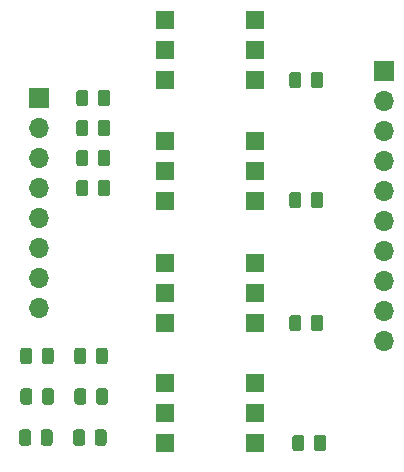
<source format=gbr>
%TF.GenerationSoftware,KiCad,Pcbnew,5.1.9+dfsg1-1*%
%TF.CreationDate,2021-05-25T15:53:09+02:00*%
%TF.ProjectId,i2c-control-interface,6932632d-636f-46e7-9472-6f6c2d696e74,rev?*%
%TF.SameCoordinates,Original*%
%TF.FileFunction,Soldermask,Top*%
%TF.FilePolarity,Negative*%
%FSLAX46Y46*%
G04 Gerber Fmt 4.6, Leading zero omitted, Abs format (unit mm)*
G04 Created by KiCad (PCBNEW 5.1.9+dfsg1-1) date 2021-05-25 15:53:09*
%MOMM*%
%LPD*%
G01*
G04 APERTURE LIST*
%ADD10R,1.600000X1.600000*%
%ADD11O,1.700000X1.700000*%
%ADD12R,1.700000X1.700000*%
G04 APERTURE END LIST*
D10*
%TO.C,U4*%
X130556000Y-132080000D03*
X122936000Y-137160000D03*
X130556000Y-134620000D03*
X122936000Y-134620000D03*
X130556000Y-137160000D03*
X122936000Y-132080000D03*
%TD*%
%TO.C,U3*%
X130556000Y-121920000D03*
X122936000Y-127000000D03*
X130556000Y-124460000D03*
X122936000Y-124460000D03*
X130556000Y-127000000D03*
X122936000Y-121920000D03*
%TD*%
%TO.C,U2*%
X130556000Y-111582200D03*
X122936000Y-116662200D03*
X130556000Y-114122200D03*
X122936000Y-114122200D03*
X130556000Y-116662200D03*
X122936000Y-111582200D03*
%TD*%
%TO.C,U1*%
X130556000Y-101346000D03*
X122936000Y-106426000D03*
X130556000Y-103886000D03*
X122936000Y-103886000D03*
X130556000Y-106426000D03*
X122936000Y-101346000D03*
%TD*%
%TO.C,R14*%
G36*
G01*
X116262200Y-129343999D02*
X116262200Y-130244001D01*
G75*
G02*
X116012201Y-130494000I-249999J0D01*
G01*
X115487199Y-130494000D01*
G75*
G02*
X115237200Y-130244001I0J249999D01*
G01*
X115237200Y-129343999D01*
G75*
G02*
X115487199Y-129094000I249999J0D01*
G01*
X116012201Y-129094000D01*
G75*
G02*
X116262200Y-129343999I0J-249999D01*
G01*
G37*
G36*
G01*
X118087200Y-129343999D02*
X118087200Y-130244001D01*
G75*
G02*
X117837201Y-130494000I-249999J0D01*
G01*
X117312199Y-130494000D01*
G75*
G02*
X117062200Y-130244001I0J249999D01*
G01*
X117062200Y-129343999D01*
G75*
G02*
X117312199Y-129094000I249999J0D01*
G01*
X117837201Y-129094000D01*
G75*
G02*
X118087200Y-129343999I0J-249999D01*
G01*
G37*
%TD*%
%TO.C,R13*%
G36*
G01*
X111690200Y-129343999D02*
X111690200Y-130244001D01*
G75*
G02*
X111440201Y-130494000I-249999J0D01*
G01*
X110915199Y-130494000D01*
G75*
G02*
X110665200Y-130244001I0J249999D01*
G01*
X110665200Y-129343999D01*
G75*
G02*
X110915199Y-129094000I249999J0D01*
G01*
X111440201Y-129094000D01*
G75*
G02*
X111690200Y-129343999I0J-249999D01*
G01*
G37*
G36*
G01*
X113515200Y-129343999D02*
X113515200Y-130244001D01*
G75*
G02*
X113265201Y-130494000I-249999J0D01*
G01*
X112740199Y-130494000D01*
G75*
G02*
X112490200Y-130244001I0J249999D01*
G01*
X112490200Y-129343999D01*
G75*
G02*
X112740199Y-129094000I249999J0D01*
G01*
X113265201Y-129094000D01*
G75*
G02*
X113515200Y-129343999I0J-249999D01*
G01*
G37*
%TD*%
%TO.C,R12*%
G36*
G01*
X116262200Y-132772999D02*
X116262200Y-133673001D01*
G75*
G02*
X116012201Y-133923000I-249999J0D01*
G01*
X115487199Y-133923000D01*
G75*
G02*
X115237200Y-133673001I0J249999D01*
G01*
X115237200Y-132772999D01*
G75*
G02*
X115487199Y-132523000I249999J0D01*
G01*
X116012201Y-132523000D01*
G75*
G02*
X116262200Y-132772999I0J-249999D01*
G01*
G37*
G36*
G01*
X118087200Y-132772999D02*
X118087200Y-133673001D01*
G75*
G02*
X117837201Y-133923000I-249999J0D01*
G01*
X117312199Y-133923000D01*
G75*
G02*
X117062200Y-133673001I0J249999D01*
G01*
X117062200Y-132772999D01*
G75*
G02*
X117312199Y-132523000I249999J0D01*
G01*
X117837201Y-132523000D01*
G75*
G02*
X118087200Y-132772999I0J-249999D01*
G01*
G37*
%TD*%
%TO.C,R11*%
G36*
G01*
X111690200Y-132772999D02*
X111690200Y-133673001D01*
G75*
G02*
X111440201Y-133923000I-249999J0D01*
G01*
X110915199Y-133923000D01*
G75*
G02*
X110665200Y-133673001I0J249999D01*
G01*
X110665200Y-132772999D01*
G75*
G02*
X110915199Y-132523000I249999J0D01*
G01*
X111440201Y-132523000D01*
G75*
G02*
X111690200Y-132772999I0J-249999D01*
G01*
G37*
G36*
G01*
X113515200Y-132772999D02*
X113515200Y-133673001D01*
G75*
G02*
X113265201Y-133923000I-249999J0D01*
G01*
X112740199Y-133923000D01*
G75*
G02*
X112490200Y-133673001I0J249999D01*
G01*
X112490200Y-132772999D01*
G75*
G02*
X112740199Y-132523000I249999J0D01*
G01*
X113265201Y-132523000D01*
G75*
G02*
X113515200Y-132772999I0J-249999D01*
G01*
G37*
%TD*%
%TO.C,R10*%
G36*
G01*
X116160600Y-136252799D02*
X116160600Y-137152801D01*
G75*
G02*
X115910601Y-137402800I-249999J0D01*
G01*
X115385599Y-137402800D01*
G75*
G02*
X115135600Y-137152801I0J249999D01*
G01*
X115135600Y-136252799D01*
G75*
G02*
X115385599Y-136002800I249999J0D01*
G01*
X115910601Y-136002800D01*
G75*
G02*
X116160600Y-136252799I0J-249999D01*
G01*
G37*
G36*
G01*
X117985600Y-136252799D02*
X117985600Y-137152801D01*
G75*
G02*
X117735601Y-137402800I-249999J0D01*
G01*
X117210599Y-137402800D01*
G75*
G02*
X116960600Y-137152801I0J249999D01*
G01*
X116960600Y-136252799D01*
G75*
G02*
X117210599Y-136002800I249999J0D01*
G01*
X117735601Y-136002800D01*
G75*
G02*
X117985600Y-136252799I0J-249999D01*
G01*
G37*
%TD*%
%TO.C,R9*%
G36*
G01*
X111588600Y-136252799D02*
X111588600Y-137152801D01*
G75*
G02*
X111338601Y-137402800I-249999J0D01*
G01*
X110813599Y-137402800D01*
G75*
G02*
X110563600Y-137152801I0J249999D01*
G01*
X110563600Y-136252799D01*
G75*
G02*
X110813599Y-136002800I249999J0D01*
G01*
X111338601Y-136002800D01*
G75*
G02*
X111588600Y-136252799I0J-249999D01*
G01*
G37*
G36*
G01*
X113413600Y-136252799D02*
X113413600Y-137152801D01*
G75*
G02*
X113163601Y-137402800I-249999J0D01*
G01*
X112638599Y-137402800D01*
G75*
G02*
X112388600Y-137152801I0J249999D01*
G01*
X112388600Y-136252799D01*
G75*
G02*
X112638599Y-136002800I249999J0D01*
G01*
X113163601Y-136002800D01*
G75*
G02*
X113413600Y-136252799I0J-249999D01*
G01*
G37*
%TD*%
%TO.C,R8*%
G36*
G01*
X135528000Y-137610001D02*
X135528000Y-136709999D01*
G75*
G02*
X135777999Y-136460000I249999J0D01*
G01*
X136303001Y-136460000D01*
G75*
G02*
X136553000Y-136709999I0J-249999D01*
G01*
X136553000Y-137610001D01*
G75*
G02*
X136303001Y-137860000I-249999J0D01*
G01*
X135777999Y-137860000D01*
G75*
G02*
X135528000Y-137610001I0J249999D01*
G01*
G37*
G36*
G01*
X133703000Y-137610001D02*
X133703000Y-136709999D01*
G75*
G02*
X133952999Y-136460000I249999J0D01*
G01*
X134478001Y-136460000D01*
G75*
G02*
X134728000Y-136709999I0J-249999D01*
G01*
X134728000Y-137610001D01*
G75*
G02*
X134478001Y-137860000I-249999J0D01*
G01*
X133952999Y-137860000D01*
G75*
G02*
X133703000Y-137610001I0J249999D01*
G01*
G37*
%TD*%
%TO.C,R7*%
G36*
G01*
X116440000Y-115119999D02*
X116440000Y-116020001D01*
G75*
G02*
X116190001Y-116270000I-249999J0D01*
G01*
X115664999Y-116270000D01*
G75*
G02*
X115415000Y-116020001I0J249999D01*
G01*
X115415000Y-115119999D01*
G75*
G02*
X115664999Y-114870000I249999J0D01*
G01*
X116190001Y-114870000D01*
G75*
G02*
X116440000Y-115119999I0J-249999D01*
G01*
G37*
G36*
G01*
X118265000Y-115119999D02*
X118265000Y-116020001D01*
G75*
G02*
X118015001Y-116270000I-249999J0D01*
G01*
X117489999Y-116270000D01*
G75*
G02*
X117240000Y-116020001I0J249999D01*
G01*
X117240000Y-115119999D01*
G75*
G02*
X117489999Y-114870000I249999J0D01*
G01*
X118015001Y-114870000D01*
G75*
G02*
X118265000Y-115119999I0J-249999D01*
G01*
G37*
%TD*%
%TO.C,R6*%
G36*
G01*
X135274000Y-127450001D02*
X135274000Y-126549999D01*
G75*
G02*
X135523999Y-126300000I249999J0D01*
G01*
X136049001Y-126300000D01*
G75*
G02*
X136299000Y-126549999I0J-249999D01*
G01*
X136299000Y-127450001D01*
G75*
G02*
X136049001Y-127700000I-249999J0D01*
G01*
X135523999Y-127700000D01*
G75*
G02*
X135274000Y-127450001I0J249999D01*
G01*
G37*
G36*
G01*
X133449000Y-127450001D02*
X133449000Y-126549999D01*
G75*
G02*
X133698999Y-126300000I249999J0D01*
G01*
X134224001Y-126300000D01*
G75*
G02*
X134474000Y-126549999I0J-249999D01*
G01*
X134474000Y-127450001D01*
G75*
G02*
X134224001Y-127700000I-249999J0D01*
G01*
X133698999Y-127700000D01*
G75*
G02*
X133449000Y-127450001I0J249999D01*
G01*
G37*
%TD*%
%TO.C,R5*%
G36*
G01*
X116440000Y-112579999D02*
X116440000Y-113480001D01*
G75*
G02*
X116190001Y-113730000I-249999J0D01*
G01*
X115664999Y-113730000D01*
G75*
G02*
X115415000Y-113480001I0J249999D01*
G01*
X115415000Y-112579999D01*
G75*
G02*
X115664999Y-112330000I249999J0D01*
G01*
X116190001Y-112330000D01*
G75*
G02*
X116440000Y-112579999I0J-249999D01*
G01*
G37*
G36*
G01*
X118265000Y-112579999D02*
X118265000Y-113480001D01*
G75*
G02*
X118015001Y-113730000I-249999J0D01*
G01*
X117489999Y-113730000D01*
G75*
G02*
X117240000Y-113480001I0J249999D01*
G01*
X117240000Y-112579999D01*
G75*
G02*
X117489999Y-112330000I249999J0D01*
G01*
X118015001Y-112330000D01*
G75*
G02*
X118265000Y-112579999I0J-249999D01*
G01*
G37*
%TD*%
%TO.C,R4*%
G36*
G01*
X135274000Y-117036001D02*
X135274000Y-116135999D01*
G75*
G02*
X135523999Y-115886000I249999J0D01*
G01*
X136049001Y-115886000D01*
G75*
G02*
X136299000Y-116135999I0J-249999D01*
G01*
X136299000Y-117036001D01*
G75*
G02*
X136049001Y-117286000I-249999J0D01*
G01*
X135523999Y-117286000D01*
G75*
G02*
X135274000Y-117036001I0J249999D01*
G01*
G37*
G36*
G01*
X133449000Y-117036001D02*
X133449000Y-116135999D01*
G75*
G02*
X133698999Y-115886000I249999J0D01*
G01*
X134224001Y-115886000D01*
G75*
G02*
X134474000Y-116135999I0J-249999D01*
G01*
X134474000Y-117036001D01*
G75*
G02*
X134224001Y-117286000I-249999J0D01*
G01*
X133698999Y-117286000D01*
G75*
G02*
X133449000Y-117036001I0J249999D01*
G01*
G37*
%TD*%
%TO.C,R3*%
G36*
G01*
X116440000Y-110039999D02*
X116440000Y-110940001D01*
G75*
G02*
X116190001Y-111190000I-249999J0D01*
G01*
X115664999Y-111190000D01*
G75*
G02*
X115415000Y-110940001I0J249999D01*
G01*
X115415000Y-110039999D01*
G75*
G02*
X115664999Y-109790000I249999J0D01*
G01*
X116190001Y-109790000D01*
G75*
G02*
X116440000Y-110039999I0J-249999D01*
G01*
G37*
G36*
G01*
X118265000Y-110039999D02*
X118265000Y-110940001D01*
G75*
G02*
X118015001Y-111190000I-249999J0D01*
G01*
X117489999Y-111190000D01*
G75*
G02*
X117240000Y-110940001I0J249999D01*
G01*
X117240000Y-110039999D01*
G75*
G02*
X117489999Y-109790000I249999J0D01*
G01*
X118015001Y-109790000D01*
G75*
G02*
X118265000Y-110039999I0J-249999D01*
G01*
G37*
%TD*%
%TO.C,R2*%
G36*
G01*
X135274000Y-106876001D02*
X135274000Y-105975999D01*
G75*
G02*
X135523999Y-105726000I249999J0D01*
G01*
X136049001Y-105726000D01*
G75*
G02*
X136299000Y-105975999I0J-249999D01*
G01*
X136299000Y-106876001D01*
G75*
G02*
X136049001Y-107126000I-249999J0D01*
G01*
X135523999Y-107126000D01*
G75*
G02*
X135274000Y-106876001I0J249999D01*
G01*
G37*
G36*
G01*
X133449000Y-106876001D02*
X133449000Y-105975999D01*
G75*
G02*
X133698999Y-105726000I249999J0D01*
G01*
X134224001Y-105726000D01*
G75*
G02*
X134474000Y-105975999I0J-249999D01*
G01*
X134474000Y-106876001D01*
G75*
G02*
X134224001Y-107126000I-249999J0D01*
G01*
X133698999Y-107126000D01*
G75*
G02*
X133449000Y-106876001I0J249999D01*
G01*
G37*
%TD*%
%TO.C,R1*%
G36*
G01*
X116440000Y-107499999D02*
X116440000Y-108400001D01*
G75*
G02*
X116190001Y-108650000I-249999J0D01*
G01*
X115664999Y-108650000D01*
G75*
G02*
X115415000Y-108400001I0J249999D01*
G01*
X115415000Y-107499999D01*
G75*
G02*
X115664999Y-107250000I249999J0D01*
G01*
X116190001Y-107250000D01*
G75*
G02*
X116440000Y-107499999I0J-249999D01*
G01*
G37*
G36*
G01*
X118265000Y-107499999D02*
X118265000Y-108400001D01*
G75*
G02*
X118015001Y-108650000I-249999J0D01*
G01*
X117489999Y-108650000D01*
G75*
G02*
X117240000Y-108400001I0J249999D01*
G01*
X117240000Y-107499999D01*
G75*
G02*
X117489999Y-107250000I249999J0D01*
G01*
X118015001Y-107250000D01*
G75*
G02*
X118265000Y-107499999I0J-249999D01*
G01*
G37*
%TD*%
D11*
%TO.C,J2*%
X141478000Y-128524000D03*
X141478000Y-125984000D03*
X141478000Y-123444000D03*
X141478000Y-120904000D03*
X141478000Y-118364000D03*
X141478000Y-115824000D03*
X141478000Y-113284000D03*
X141478000Y-110744000D03*
X141478000Y-108204000D03*
D12*
X141478000Y-105664000D03*
%TD*%
D11*
%TO.C,J1*%
X112268000Y-125730000D03*
X112268000Y-123190000D03*
X112268000Y-120650000D03*
X112268000Y-118110000D03*
X112268000Y-115570000D03*
X112268000Y-113030000D03*
X112268000Y-110490000D03*
D12*
X112268000Y-107950000D03*
%TD*%
M02*

</source>
